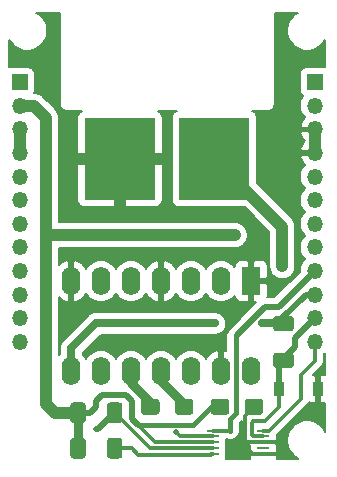
<source format=gtl>
%TF.GenerationSoftware,KiCad,Pcbnew,5.1.7-a382d34a8~88~ubuntu18.04.1*%
%TF.CreationDate,2022-12-01T09:52:47-05:00*%
%TF.ProjectId,Global_Val_Sen_Tem,476c6f62-616c-45f5-9661-6c5f53656e5f,rev?*%
%TF.SameCoordinates,Original*%
%TF.FileFunction,Copper,L1,Top*%
%TF.FilePolarity,Positive*%
%FSLAX46Y46*%
G04 Gerber Fmt 4.6, Leading zero omitted, Abs format (unit mm)*
G04 Created by KiCad (PCBNEW 5.1.7-a382d34a8~88~ubuntu18.04.1) date 2022-12-01 09:52:47*
%MOMM*%
%LPD*%
G01*
G04 APERTURE LIST*
%TA.AperFunction,ComponentPad*%
%ADD10O,1.600000X2.400000*%
%TD*%
%TA.AperFunction,ComponentPad*%
%ADD11R,1.600000X2.400000*%
%TD*%
%TA.AperFunction,ComponentPad*%
%ADD12R,6.000000X7.000000*%
%TD*%
%TA.AperFunction,SMDPad,CuDef*%
%ADD13R,0.900000X1.200000*%
%TD*%
%TA.AperFunction,SMDPad,CuDef*%
%ADD14R,1.100000X0.250000*%
%TD*%
%TA.AperFunction,ComponentPad*%
%ADD15O,1.350000X1.350000*%
%TD*%
%TA.AperFunction,ComponentPad*%
%ADD16R,1.350000X1.350000*%
%TD*%
%TA.AperFunction,ViaPad*%
%ADD17C,1.000000*%
%TD*%
%TA.AperFunction,ViaPad*%
%ADD18C,0.500000*%
%TD*%
%TA.AperFunction,ViaPad*%
%ADD19C,0.700000*%
%TD*%
%TA.AperFunction,Conductor*%
%ADD20C,0.800000*%
%TD*%
%TA.AperFunction,Conductor*%
%ADD21C,0.300000*%
%TD*%
%TA.AperFunction,Conductor*%
%ADD22C,0.500000*%
%TD*%
%TA.AperFunction,Conductor*%
%ADD23C,0.425000*%
%TD*%
%TA.AperFunction,Conductor*%
%ADD24C,1.000000*%
%TD*%
%TA.AperFunction,Conductor*%
%ADD25C,0.700000*%
%TD*%
%TA.AperFunction,Conductor*%
%ADD26C,0.400000*%
%TD*%
%TA.AperFunction,Conductor*%
%ADD27C,0.200000*%
%TD*%
%TA.AperFunction,Conductor*%
%ADD28C,0.100000*%
%TD*%
G04 APERTURE END LIST*
D10*
%TO.P,IC3,14*%
%TO.N,Net-(IC3-Pad14)*%
X161105000Y-70970000D03*
%TO.P,IC3,7*%
%TO.N,GND*%
X145865000Y-63350000D03*
%TO.P,IC3,13*%
X158565000Y-70970000D03*
%TO.P,IC3,6*%
%TO.N,Net-(IC3-Pad6)*%
X148405000Y-63350000D03*
%TO.P,IC3,12*%
%TO.N,+ALM*%
X156025000Y-70970000D03*
%TO.P,IC3,5*%
%TO.N,Net-(IC3-Pad5)*%
X150945000Y-63350000D03*
%TO.P,IC3,11*%
%TO.N,+5V*%
X153485000Y-70970000D03*
%TO.P,IC3,4*%
%TO.N,GND*%
X153485000Y-63350000D03*
%TO.P,IC3,10*%
%TO.N,Net-(Ccomp1-Pad2)*%
X150945000Y-70970000D03*
%TO.P,IC3,3*%
%TO.N,Net-(IC3-Pad3)*%
X156025000Y-63350000D03*
%TO.P,IC3,9*%
%TO.N,Tout*%
X148405000Y-70970000D03*
%TO.P,IC3,2*%
%TO.N,Net-(IC3-Pad2)*%
X158565000Y-63350000D03*
%TO.P,IC3,8*%
%TO.N,Tout*%
X145865000Y-70970000D03*
D11*
%TO.P,IC3,1*%
%TO.N,GND*%
X161105000Y-63350000D03*
%TD*%
D12*
%TO.P,Termocupla,1*%
%TO.N,GND*%
X150000000Y-53000000D03*
%TO.P,Termocupla,2*%
%TO.N,Net-(IC3-Pad14)*%
X158000000Y-53000000D03*
%TD*%
%TO.P,Rtl1,2*%
%TO.N,Tout*%
%TA.AperFunction,SMDPad,CuDef*%
G36*
G01*
X164475000Y-67600000D02*
X163225000Y-67600000D01*
G75*
G02*
X162975000Y-67350000I0J250000D01*
G01*
X162975000Y-66550000D01*
G75*
G02*
X163225000Y-66300000I250000J0D01*
G01*
X164475000Y-66300000D01*
G75*
G02*
X164725000Y-66550000I0J-250000D01*
G01*
X164725000Y-67350000D01*
G75*
G02*
X164475000Y-67600000I-250000J0D01*
G01*
G37*
%TD.AperFunction*%
%TO.P,Rtl1,1*%
%TO.N,Tsen*%
%TA.AperFunction,SMDPad,CuDef*%
G36*
G01*
X164475000Y-70700000D02*
X163225000Y-70700000D01*
G75*
G02*
X162975000Y-70450000I0J250000D01*
G01*
X162975000Y-69650000D01*
G75*
G02*
X163225000Y-69400000I250000J0D01*
G01*
X164475000Y-69400000D01*
G75*
G02*
X164725000Y-69650000I0J-250000D01*
G01*
X164725000Y-70450000D01*
G75*
G02*
X164475000Y-70700000I-250000J0D01*
G01*
G37*
%TD.AperFunction*%
%TD*%
D13*
%TO.P,Dlim1,2*%
%TO.N,GND*%
X166750000Y-72500000D03*
%TO.P,Dlim1,1*%
%TO.N,Tsen*%
X163450000Y-72500000D03*
%TD*%
%TO.P,Cadc1,2*%
%TO.N,GND*%
%TA.AperFunction,SMDPad,CuDef*%
G36*
G01*
X160550000Y-74425001D02*
X160550000Y-73574999D01*
G75*
G02*
X160799999Y-73325000I249999J0D01*
G01*
X161875001Y-73325000D01*
G75*
G02*
X162125000Y-73574999I0J-249999D01*
G01*
X162125000Y-74425001D01*
G75*
G02*
X161875001Y-74675000I-249999J0D01*
G01*
X160799999Y-74675000D01*
G75*
G02*
X160550000Y-74425001I0J249999D01*
G01*
G37*
%TD.AperFunction*%
%TO.P,Cadc1,1*%
%TO.N,+3V3*%
%TA.AperFunction,SMDPad,CuDef*%
G36*
G01*
X157675000Y-74425001D02*
X157675000Y-73574999D01*
G75*
G02*
X157924999Y-73325000I249999J0D01*
G01*
X159000001Y-73325000D01*
G75*
G02*
X159250000Y-73574999I0J-249999D01*
G01*
X159250000Y-74425001D01*
G75*
G02*
X159000001Y-74675000I-249999J0D01*
G01*
X157924999Y-74675000D01*
G75*
G02*
X157675000Y-74425001I0J249999D01*
G01*
G37*
%TD.AperFunction*%
%TD*%
%TO.P,Rsda1,2*%
%TO.N,+3V3*%
%TA.AperFunction,SMDPad,CuDef*%
G36*
G01*
X147100000Y-73875000D02*
X147100000Y-75125000D01*
G75*
G02*
X146850000Y-75375000I-250000J0D01*
G01*
X146050000Y-75375000D01*
G75*
G02*
X145800000Y-75125000I0J250000D01*
G01*
X145800000Y-73875000D01*
G75*
G02*
X146050000Y-73625000I250000J0D01*
G01*
X146850000Y-73625000D01*
G75*
G02*
X147100000Y-73875000I0J-250000D01*
G01*
G37*
%TD.AperFunction*%
%TO.P,Rsda1,1*%
%TO.N,SDA0*%
%TA.AperFunction,SMDPad,CuDef*%
G36*
G01*
X150200000Y-73875000D02*
X150200000Y-75125000D01*
G75*
G02*
X149950000Y-75375000I-250000J0D01*
G01*
X149150000Y-75375000D01*
G75*
G02*
X148900000Y-75125000I0J250000D01*
G01*
X148900000Y-73875000D01*
G75*
G02*
X149150000Y-73625000I250000J0D01*
G01*
X149950000Y-73625000D01*
G75*
G02*
X150200000Y-73875000I0J-250000D01*
G01*
G37*
%TD.AperFunction*%
%TD*%
%TO.P,Rscl1,2*%
%TO.N,+3V3*%
%TA.AperFunction,SMDPad,CuDef*%
G36*
G01*
X147100000Y-76875000D02*
X147100000Y-78125000D01*
G75*
G02*
X146850000Y-78375000I-250000J0D01*
G01*
X146050000Y-78375000D01*
G75*
G02*
X145800000Y-78125000I0J250000D01*
G01*
X145800000Y-76875000D01*
G75*
G02*
X146050000Y-76625000I250000J0D01*
G01*
X146850000Y-76625000D01*
G75*
G02*
X147100000Y-76875000I0J-250000D01*
G01*
G37*
%TD.AperFunction*%
%TO.P,Rscl1,1*%
%TO.N,SCL0*%
%TA.AperFunction,SMDPad,CuDef*%
G36*
G01*
X150200000Y-76875000D02*
X150200000Y-78125000D01*
G75*
G02*
X149950000Y-78375000I-250000J0D01*
G01*
X149150000Y-78375000D01*
G75*
G02*
X148900000Y-78125000I0J250000D01*
G01*
X148900000Y-76875000D01*
G75*
G02*
X149150000Y-76625000I250000J0D01*
G01*
X149950000Y-76625000D01*
G75*
G02*
X150200000Y-76875000I0J-250000D01*
G01*
G37*
%TD.AperFunction*%
%TD*%
D14*
%TO.P,ADC1,10*%
%TO.N,SCL0*%
X157850000Y-78000000D03*
%TO.P,ADC1,9*%
%TO.N,SDA0*%
X157850000Y-77500000D03*
%TO.P,ADC1,8*%
%TO.N,+3V3*%
X157850000Y-77000000D03*
%TO.P,ADC1,7*%
%TO.N,AIN3*%
X157850000Y-76500000D03*
%TO.P,ADC1,6*%
%TO.N,AIN2*%
X157850000Y-76000000D03*
%TO.P,ADC1,5*%
%TO.N,AIN1*%
X162150000Y-76000000D03*
%TO.P,ADC1,4*%
%TO.N,Tsen*%
X162150000Y-76500000D03*
%TO.P,ADC1,3*%
%TO.N,GND*%
X162150000Y-77000000D03*
%TO.P,ADC1,2*%
%TO.N,Net-(ADC1-Pad2)*%
X162150000Y-77500000D03*
%TO.P,ADC1,1*%
%TO.N,GND*%
X162150000Y-78000000D03*
%TD*%
%TO.P,Ccomp1,2*%
%TO.N,Net-(Ccomp1-Pad2)*%
%TA.AperFunction,SMDPad,CuDef*%
G36*
G01*
X153350000Y-73574999D02*
X153350000Y-74425001D01*
G75*
G02*
X153100001Y-74675000I-249999J0D01*
G01*
X152024999Y-74675000D01*
G75*
G02*
X151775000Y-74425001I0J249999D01*
G01*
X151775000Y-73574999D01*
G75*
G02*
X152024999Y-73325000I249999J0D01*
G01*
X153100001Y-73325000D01*
G75*
G02*
X153350000Y-73574999I0J-249999D01*
G01*
G37*
%TD.AperFunction*%
%TO.P,Ccomp1,1*%
%TO.N,+5V*%
%TA.AperFunction,SMDPad,CuDef*%
G36*
G01*
X156225000Y-73574999D02*
X156225000Y-74425001D01*
G75*
G02*
X155975001Y-74675000I-249999J0D01*
G01*
X154899999Y-74675000D01*
G75*
G02*
X154650000Y-74425001I0J249999D01*
G01*
X154650000Y-73574999D01*
G75*
G02*
X154899999Y-73325000I249999J0D01*
G01*
X155975001Y-73325000D01*
G75*
G02*
X156225000Y-73574999I0J-249999D01*
G01*
G37*
%TD.AperFunction*%
%TD*%
D15*
%TO.P,JI_temp,12*%
%TO.N,AIN1*%
X166500000Y-68500000D03*
%TO.P,JI_temp,11*%
%TO.N,Tsen*%
X166500000Y-66500000D03*
%TO.P,JI_temp,10*%
%TO.N,Tout*%
X166500000Y-64500000D03*
%TO.P,JI_temp,9*%
%TO.N,AIN2*%
X166500000Y-62500000D03*
%TO.P,JI_temp,8*%
%TO.N,+ALM*%
X166500000Y-60500000D03*
%TO.P,JI_temp,7*%
%TO.N,AIN3*%
X166500000Y-58500000D03*
%TO.P,JI_temp,6*%
%TO.N,Net-(JI_temp1-Pad6)*%
X166500000Y-56500000D03*
%TO.P,JI_temp,5*%
%TO.N,Net-(JI_temp1-Pad5)*%
X166500000Y-54500000D03*
%TO.P,JI_temp,4*%
%TO.N,GND*%
X166500000Y-52500000D03*
%TO.P,JI_temp,3*%
X166500000Y-50500000D03*
%TO.P,JI_temp,2*%
%TO.N,+3V3*%
X166500000Y-48500000D03*
D16*
%TO.P,JI_temp,1*%
%TO.N,+5V*%
X166500000Y-46500000D03*
%TD*%
D15*
%TO.P,JD_temp,12*%
%TO.N,Net-(JD_temp1-Pad12)*%
X141500000Y-68500000D03*
%TO.P,JD_temp,11*%
%TO.N,Net-(JD_temp1-Pad11)*%
X141500000Y-66500000D03*
%TO.P,JD_temp,10*%
%TO.N,Net-(JD_temp1-Pad10)*%
X141500000Y-64500000D03*
%TO.P,JD_temp,9*%
%TO.N,SDA0*%
X141500000Y-62500000D03*
%TO.P,JD_temp,8*%
%TO.N,Net-(JD_temp1-Pad8)*%
X141500000Y-60500000D03*
%TO.P,JD_temp,7*%
%TO.N,Net-(JD_temp1-Pad7)*%
X141500000Y-58500000D03*
%TO.P,JD_temp,6*%
%TO.N,SCL0*%
X141500000Y-56500000D03*
%TO.P,JD_temp,5*%
%TO.N,Net-(JD_temp1-Pad5)*%
X141500000Y-54500000D03*
%TO.P,JD_temp,4*%
%TO.N,GND*%
X141500000Y-52500000D03*
%TO.P,JD_temp,3*%
X141500000Y-50500000D03*
%TO.P,JD_temp,2*%
%TO.N,+3V3*%
X141500000Y-48500000D03*
D16*
%TO.P,JD_temp,1*%
%TO.N,+5V*%
X141500000Y-46500000D03*
%TD*%
D17*
%TO.N,+3V3*%
X159725000Y-59450000D03*
%TO.N,GND*%
X166850000Y-74275000D03*
X150950000Y-60975000D03*
D18*
%TO.N,SDA0*%
X148000000Y-75900000D03*
%TO.N,SCL0*%
X149700000Y-77400000D03*
D19*
%TO.N,Tout*%
X158060000Y-66930000D03*
X162060000Y-66930000D03*
D18*
%TO.N,AIN3*%
X154770000Y-76162500D03*
D17*
%TO.N,Net-(IC3-Pad14)*%
X163750000Y-62100000D03*
%TD*%
D20*
%TO.N,+3V3*%
X146450000Y-74500000D02*
X146450000Y-77500000D01*
D21*
X157850000Y-77000000D02*
X153000000Y-77000000D01*
D22*
X151000000Y-75000000D02*
X151000000Y-73500000D01*
X151000000Y-73500000D02*
X150500000Y-73000000D01*
X150500000Y-73000000D02*
X148500000Y-73000000D01*
X147500000Y-74500000D02*
X146450000Y-74500000D01*
X148000000Y-74000000D02*
X147500000Y-74500000D01*
X148000000Y-73500000D02*
X148000000Y-74000000D01*
X148500000Y-73000000D02*
X148000000Y-73500000D01*
D21*
X153000000Y-77000000D02*
X151500000Y-75500000D01*
D22*
X151500000Y-75500000D02*
X151000000Y-75000000D01*
D23*
X156175000Y-75500000D02*
X151500000Y-75500000D01*
X157675000Y-74000000D02*
X156175000Y-75500000D01*
X158462500Y-74000000D02*
X157675000Y-74000000D01*
D24*
X141500000Y-48500000D02*
X142700000Y-48500000D01*
X142700000Y-48500000D02*
X143750000Y-49550000D01*
X143750000Y-49550000D02*
X143750000Y-59450000D01*
X144500000Y-74500000D02*
X146450000Y-74500000D01*
X143750000Y-59450000D02*
X143750000Y-73750000D01*
X143750000Y-73750000D02*
X144500000Y-74500000D01*
X159725000Y-59450000D02*
X143750000Y-59450000D01*
D21*
%TO.N,GND*%
X162150000Y-77000000D02*
X163425000Y-77000000D01*
X162150000Y-78000000D02*
X163425000Y-78000000D01*
X161300000Y-78000000D02*
X160575000Y-77275000D01*
X162150000Y-78000000D02*
X161300000Y-78000000D01*
X160575000Y-74762500D02*
X161337500Y-74000000D01*
X160650000Y-77000000D02*
X160575000Y-77075000D01*
X162150000Y-77000000D02*
X160650000Y-77000000D01*
X160575000Y-77275000D02*
X160575000Y-77075000D01*
X160575000Y-77075000D02*
X160575000Y-74762500D01*
D24*
X150000000Y-57550000D02*
X150000000Y-53000000D01*
X150000000Y-53000000D02*
X146000000Y-53000000D01*
X150000000Y-53000000D02*
X153750000Y-53000000D01*
X141500000Y-52500000D02*
X141500000Y-50500000D01*
X166500000Y-50500000D02*
X166500000Y-52500000D01*
D20*
%TO.N,+5V*%
X155437500Y-74000000D02*
X155437500Y-73737500D01*
X153500000Y-71800000D02*
X153500000Y-71060000D01*
X155437500Y-73737500D02*
X153500000Y-71800000D01*
D21*
%TO.N,SDA0*%
X152550000Y-77500000D02*
X149550000Y-74500000D01*
X157850000Y-77500000D02*
X152550000Y-77500000D01*
D22*
X149550000Y-74500000D02*
X149500000Y-74500000D01*
X149500000Y-74500000D02*
X148100000Y-75900000D01*
X148100000Y-75900000D02*
X148000000Y-75900000D01*
D21*
%TO.N,SCL0*%
X149550000Y-77500000D02*
X151000000Y-77500000D01*
X157687500Y-78037500D02*
X151537500Y-78037500D01*
X151000000Y-77500000D02*
X151537500Y-78037500D01*
X157725000Y-78000000D02*
X157687500Y-78037500D01*
X157850000Y-78000000D02*
X157725000Y-78000000D01*
D22*
%TO.N,Tsen*%
X163450000Y-70350000D02*
X163750000Y-70050000D01*
X163450000Y-72500000D02*
X163450000Y-70350000D01*
D21*
X163450000Y-74050000D02*
X162300000Y-75200000D01*
X163450000Y-72500000D02*
X163450000Y-74050000D01*
D22*
X164850000Y-68950000D02*
X163750000Y-70050000D01*
X164850000Y-68150000D02*
X166500000Y-66500000D01*
X164850000Y-68950000D02*
X164850000Y-68150000D01*
D21*
X162150000Y-76500000D02*
X161275000Y-76500000D01*
X161275000Y-76500000D02*
X161175000Y-76400000D01*
X161175000Y-75325000D02*
X161300000Y-75200000D01*
X161175000Y-76400000D02*
X161175000Y-75325000D01*
X162300000Y-75200000D02*
X161300000Y-75200000D01*
D20*
%TO.N,Net-(Ccomp1-Pad2)*%
X152562500Y-74000000D02*
X152562500Y-73562500D01*
X150960000Y-71960000D02*
X150960000Y-71060000D01*
X152562500Y-73562500D02*
X150960000Y-71960000D01*
D24*
%TO.N,Tout*%
X148420000Y-71060000D02*
X148420000Y-71015690D01*
D22*
X163750000Y-66950000D02*
X163750000Y-66470000D01*
X165720000Y-64500000D02*
X166500000Y-64500000D01*
X163750000Y-66470000D02*
X165720000Y-64500000D01*
D25*
X145880000Y-71060000D02*
X145880000Y-69020000D01*
X145880000Y-69020000D02*
X147970000Y-66930000D01*
X147970000Y-66930000D02*
X158060000Y-66930000D01*
X163730000Y-66930000D02*
X163750000Y-66950000D01*
X162060000Y-66930000D02*
X163730000Y-66930000D01*
D21*
%TO.N,AIN1*%
X162150000Y-76000000D02*
X162600000Y-76000000D01*
X162600000Y-76000000D02*
X165300000Y-73300000D01*
X165300000Y-73300000D02*
X165300000Y-71300000D01*
X166500000Y-70100000D02*
X166500000Y-68500000D01*
X165300000Y-71300000D02*
X166500000Y-70100000D01*
%TO.N,AIN3*%
X157850000Y-76500000D02*
X155107500Y-76500000D01*
X155107500Y-76500000D02*
X154770000Y-76162500D01*
%TO.N,AIN2*%
X157850000Y-76000000D02*
X159350000Y-76000000D01*
D22*
X163425000Y-65575000D02*
X166500000Y-62500000D01*
X162283616Y-65575000D02*
X163425000Y-65575000D01*
X159910000Y-67948616D02*
X162283616Y-65575000D01*
D26*
X159800000Y-68058616D02*
X159910000Y-67948616D01*
X159800000Y-74544256D02*
X159800000Y-68058616D01*
X159350000Y-76000000D02*
X159350000Y-74994256D01*
X159350000Y-74994256D02*
X159800000Y-74544256D01*
D24*
%TO.N,Net-(IC3-Pad14)*%
X163750000Y-58750000D02*
X158000000Y-53000000D01*
X163750000Y-62100000D02*
X163750000Y-58750000D01*
%TD*%
D27*
%TO.N,GND*%
X160316203Y-75239437D02*
X160426504Y-75272897D01*
X160421373Y-75325000D01*
X160425001Y-75361837D01*
X160425000Y-76363172D01*
X160421373Y-76400000D01*
X160425000Y-76436827D01*
X160425000Y-76436834D01*
X160435853Y-76547025D01*
X160478739Y-76688400D01*
X160548381Y-76818692D01*
X160642105Y-76932895D01*
X160670718Y-76956377D01*
X160718624Y-77004284D01*
X160742105Y-77032895D01*
X160856307Y-77126619D01*
X160986599Y-77196261D01*
X160995257Y-77198887D01*
X161004702Y-77262368D01*
X161007401Y-77270381D01*
X160997097Y-77375000D01*
X160997097Y-77625000D01*
X161007401Y-77729619D01*
X161004702Y-77737632D01*
X160992000Y-77823000D01*
X161063968Y-77894968D01*
X161098704Y-77959955D01*
X161152085Y-78025000D01*
X161144000Y-78025000D01*
X160992000Y-78177000D01*
X161004702Y-78262368D01*
X161042648Y-78375000D01*
X158946705Y-78375000D01*
X158957010Y-78355721D01*
X158991318Y-78242621D01*
X159002903Y-78125000D01*
X159002903Y-77875000D01*
X158991318Y-77757379D01*
X158989080Y-77750000D01*
X158991318Y-77742621D01*
X159002903Y-77625000D01*
X159002903Y-77375000D01*
X158991318Y-77257379D01*
X158989080Y-77250000D01*
X158991318Y-77242621D01*
X159002903Y-77125000D01*
X159002903Y-76875000D01*
X158991318Y-76757379D01*
X158989080Y-76750000D01*
X159066506Y-76750000D01*
X159193173Y-76788424D01*
X159350000Y-76803870D01*
X159506826Y-76788424D01*
X159657627Y-76742679D01*
X159796605Y-76668393D01*
X159918422Y-76568422D01*
X160018393Y-76446606D01*
X160092679Y-76307628D01*
X160138424Y-76156827D01*
X160150000Y-76039293D01*
X160150000Y-75325626D01*
X160264060Y-75211566D01*
X160316203Y-75239437D01*
%TA.AperFunction,Conductor*%
D28*
G36*
X160316203Y-75239437D02*
G01*
X160426504Y-75272897D01*
X160421373Y-75325000D01*
X160425001Y-75361837D01*
X160425000Y-76363172D01*
X160421373Y-76400000D01*
X160425000Y-76436827D01*
X160425000Y-76436834D01*
X160435853Y-76547025D01*
X160478739Y-76688400D01*
X160548381Y-76818692D01*
X160642105Y-76932895D01*
X160670718Y-76956377D01*
X160718624Y-77004284D01*
X160742105Y-77032895D01*
X160856307Y-77126619D01*
X160986599Y-77196261D01*
X160995257Y-77198887D01*
X161004702Y-77262368D01*
X161007401Y-77270381D01*
X160997097Y-77375000D01*
X160997097Y-77625000D01*
X161007401Y-77729619D01*
X161004702Y-77737632D01*
X160992000Y-77823000D01*
X161063968Y-77894968D01*
X161098704Y-77959955D01*
X161152085Y-78025000D01*
X161144000Y-78025000D01*
X160992000Y-78177000D01*
X161004702Y-78262368D01*
X161042648Y-78375000D01*
X158946705Y-78375000D01*
X158957010Y-78355721D01*
X158991318Y-78242621D01*
X159002903Y-78125000D01*
X159002903Y-77875000D01*
X158991318Y-77757379D01*
X158989080Y-77750000D01*
X158991318Y-77742621D01*
X159002903Y-77625000D01*
X159002903Y-77375000D01*
X158991318Y-77257379D01*
X158989080Y-77250000D01*
X158991318Y-77242621D01*
X159002903Y-77125000D01*
X159002903Y-76875000D01*
X158991318Y-76757379D01*
X158989080Y-76750000D01*
X159066506Y-76750000D01*
X159193173Y-76788424D01*
X159350000Y-76803870D01*
X159506826Y-76788424D01*
X159657627Y-76742679D01*
X159796605Y-76668393D01*
X159918422Y-76568422D01*
X160018393Y-76446606D01*
X160092679Y-76307628D01*
X160138424Y-76156827D01*
X160150000Y-76039293D01*
X160150000Y-75325626D01*
X160264060Y-75211566D01*
X160316203Y-75239437D01*
G37*
%TD.AperFunction*%
D27*
X167375001Y-71317727D02*
X167319189Y-71300797D01*
X167200000Y-71289058D01*
X167056000Y-71292000D01*
X166904000Y-71444000D01*
X166904000Y-72346000D01*
X166924000Y-72346000D01*
X166924000Y-72654000D01*
X166904000Y-72654000D01*
X166904000Y-73556000D01*
X167056000Y-73708000D01*
X167200000Y-73710942D01*
X167319189Y-73699203D01*
X167375001Y-73682273D01*
X167375001Y-76089363D01*
X167356521Y-76044748D01*
X167170477Y-75766313D01*
X166933687Y-75529523D01*
X166655252Y-75343479D01*
X166345872Y-75215330D01*
X166017435Y-75150000D01*
X165682565Y-75150000D01*
X165354128Y-75215330D01*
X165044748Y-75343479D01*
X164766313Y-75529523D01*
X164529523Y-75766313D01*
X164343479Y-76044748D01*
X164215330Y-76354128D01*
X164150000Y-76682565D01*
X164150000Y-77017435D01*
X164215330Y-77345872D01*
X164343479Y-77655252D01*
X164529523Y-77933687D01*
X164766313Y-78170477D01*
X165044748Y-78356521D01*
X165089360Y-78375000D01*
X163257352Y-78375000D01*
X163295298Y-78262368D01*
X163308000Y-78177000D01*
X163156000Y-78025000D01*
X163147915Y-78025000D01*
X163201296Y-77959955D01*
X163236032Y-77894968D01*
X163308000Y-77823000D01*
X163295298Y-77737632D01*
X163292599Y-77729619D01*
X163302903Y-77625000D01*
X163302903Y-77375000D01*
X163292599Y-77270381D01*
X163295298Y-77262368D01*
X163308000Y-77177000D01*
X163236032Y-77105032D01*
X163201296Y-77040045D01*
X163168432Y-77000000D01*
X163201296Y-76959955D01*
X163236032Y-76894968D01*
X163308000Y-76823000D01*
X163295298Y-76737632D01*
X163292599Y-76729619D01*
X163302903Y-76625000D01*
X163302903Y-76375000D01*
X163301357Y-76359302D01*
X165804287Y-73856373D01*
X165832895Y-73832895D01*
X165856580Y-73804036D01*
X165926619Y-73718693D01*
X165980192Y-73618464D01*
X166066203Y-73664437D01*
X166180811Y-73699203D01*
X166300000Y-73710942D01*
X166444000Y-73708000D01*
X166596000Y-73556000D01*
X166596000Y-72654000D01*
X166576000Y-72654000D01*
X166576000Y-72346000D01*
X166596000Y-72346000D01*
X166596000Y-71444000D01*
X166444000Y-71292000D01*
X166370168Y-71290492D01*
X167004292Y-70656369D01*
X167032895Y-70632895D01*
X167056369Y-70604292D01*
X167056376Y-70604285D01*
X167103903Y-70546372D01*
X167126619Y-70518693D01*
X167196261Y-70388401D01*
X167239147Y-70247026D01*
X167250000Y-70136835D01*
X167250000Y-70136829D01*
X167253627Y-70100001D01*
X167250000Y-70063173D01*
X167250000Y-69532295D01*
X167312765Y-69490357D01*
X167375001Y-69428121D01*
X167375001Y-71317727D01*
%TA.AperFunction,Conductor*%
D28*
G36*
X167375001Y-71317727D02*
G01*
X167319189Y-71300797D01*
X167200000Y-71289058D01*
X167056000Y-71292000D01*
X166904000Y-71444000D01*
X166904000Y-72346000D01*
X166924000Y-72346000D01*
X166924000Y-72654000D01*
X166904000Y-72654000D01*
X166904000Y-73556000D01*
X167056000Y-73708000D01*
X167200000Y-73710942D01*
X167319189Y-73699203D01*
X167375001Y-73682273D01*
X167375001Y-76089363D01*
X167356521Y-76044748D01*
X167170477Y-75766313D01*
X166933687Y-75529523D01*
X166655252Y-75343479D01*
X166345872Y-75215330D01*
X166017435Y-75150000D01*
X165682565Y-75150000D01*
X165354128Y-75215330D01*
X165044748Y-75343479D01*
X164766313Y-75529523D01*
X164529523Y-75766313D01*
X164343479Y-76044748D01*
X164215330Y-76354128D01*
X164150000Y-76682565D01*
X164150000Y-77017435D01*
X164215330Y-77345872D01*
X164343479Y-77655252D01*
X164529523Y-77933687D01*
X164766313Y-78170477D01*
X165044748Y-78356521D01*
X165089360Y-78375000D01*
X163257352Y-78375000D01*
X163295298Y-78262368D01*
X163308000Y-78177000D01*
X163156000Y-78025000D01*
X163147915Y-78025000D01*
X163201296Y-77959955D01*
X163236032Y-77894968D01*
X163308000Y-77823000D01*
X163295298Y-77737632D01*
X163292599Y-77729619D01*
X163302903Y-77625000D01*
X163302903Y-77375000D01*
X163292599Y-77270381D01*
X163295298Y-77262368D01*
X163308000Y-77177000D01*
X163236032Y-77105032D01*
X163201296Y-77040045D01*
X163168432Y-77000000D01*
X163201296Y-76959955D01*
X163236032Y-76894968D01*
X163308000Y-76823000D01*
X163295298Y-76737632D01*
X163292599Y-76729619D01*
X163302903Y-76625000D01*
X163302903Y-76375000D01*
X163301357Y-76359302D01*
X165804287Y-73856373D01*
X165832895Y-73832895D01*
X165856580Y-73804036D01*
X165926619Y-73718693D01*
X165980192Y-73618464D01*
X166066203Y-73664437D01*
X166180811Y-73699203D01*
X166300000Y-73710942D01*
X166444000Y-73708000D01*
X166596000Y-73556000D01*
X166596000Y-72654000D01*
X166576000Y-72654000D01*
X166576000Y-72346000D01*
X166596000Y-72346000D01*
X166596000Y-71444000D01*
X166444000Y-71292000D01*
X166370168Y-71290492D01*
X167004292Y-70656369D01*
X167032895Y-70632895D01*
X167056369Y-70604292D01*
X167056376Y-70604285D01*
X167103903Y-70546372D01*
X167126619Y-70518693D01*
X167196261Y-70388401D01*
X167239147Y-70247026D01*
X167250000Y-70136835D01*
X167250000Y-70136829D01*
X167253627Y-70100001D01*
X167250000Y-70063173D01*
X167250000Y-69532295D01*
X167312765Y-69490357D01*
X167375001Y-69428121D01*
X167375001Y-71317727D01*
G37*
%TD.AperFunction*%
D27*
X161491500Y-73846000D02*
X161511500Y-73846000D01*
X161511500Y-74154000D01*
X161491500Y-74154000D01*
X161491500Y-74174000D01*
X161183500Y-74174000D01*
X161183500Y-74154000D01*
X161163500Y-74154000D01*
X161163500Y-73846000D01*
X161183500Y-73846000D01*
X161183500Y-73826000D01*
X161491500Y-73826000D01*
X161491500Y-73846000D01*
%TA.AperFunction,Conductor*%
D28*
G36*
X161491500Y-73846000D02*
G01*
X161511500Y-73846000D01*
X161511500Y-74154000D01*
X161491500Y-74154000D01*
X161491500Y-74174000D01*
X161183500Y-74174000D01*
X161183500Y-74154000D01*
X161163500Y-74154000D01*
X161163500Y-73846000D01*
X161183500Y-73846000D01*
X161183500Y-73826000D01*
X161491500Y-73826000D01*
X161491500Y-73846000D01*
G37*
%TD.AperFunction*%
D27*
X144885000Y-48279296D02*
X144881976Y-48310000D01*
X144894043Y-48432521D01*
X144929781Y-48550334D01*
X144987817Y-48658911D01*
X145034371Y-48715637D01*
X145065920Y-48754080D01*
X145161089Y-48832183D01*
X145269666Y-48890219D01*
X145387479Y-48925957D01*
X145510000Y-48938024D01*
X145540704Y-48935000D01*
X146768059Y-48935000D01*
X146766203Y-48935563D01*
X146660579Y-48992020D01*
X146567999Y-49067999D01*
X146492020Y-49160579D01*
X146435563Y-49266203D01*
X146400797Y-49380811D01*
X146389058Y-49500000D01*
X146392000Y-52694000D01*
X146544000Y-52846000D01*
X149846000Y-52846000D01*
X149846000Y-52826000D01*
X150154000Y-52826000D01*
X150154000Y-52846000D01*
X153456000Y-52846000D01*
X153608000Y-52694000D01*
X153610942Y-49500000D01*
X153599203Y-49380811D01*
X153564437Y-49266203D01*
X153507980Y-49160579D01*
X153432001Y-49067999D01*
X153339421Y-48992020D01*
X153233797Y-48935563D01*
X153231941Y-48935000D01*
X154795619Y-48935000D01*
X154769279Y-48942990D01*
X154665045Y-48998704D01*
X154573683Y-49073683D01*
X154498704Y-49165045D01*
X154442990Y-49269279D01*
X154408682Y-49382379D01*
X154397097Y-49500000D01*
X154397097Y-56500000D01*
X154408682Y-56617621D01*
X154442990Y-56730721D01*
X154498704Y-56834955D01*
X154573683Y-56926317D01*
X154665045Y-57001296D01*
X154769279Y-57057010D01*
X154882379Y-57091318D01*
X155000000Y-57102903D01*
X160547268Y-57102903D01*
X162650001Y-59205636D01*
X162650000Y-61991659D01*
X162650000Y-62208341D01*
X162660594Y-62261599D01*
X162665916Y-62315637D01*
X162681679Y-62367601D01*
X162692273Y-62420858D01*
X162713054Y-62471029D01*
X162728816Y-62522987D01*
X162754411Y-62570872D01*
X162775193Y-62621045D01*
X162805361Y-62666194D01*
X162830958Y-62714084D01*
X162865410Y-62756064D01*
X162895575Y-62801209D01*
X162933967Y-62839601D01*
X162968419Y-62881581D01*
X163010399Y-62916033D01*
X163048791Y-62954425D01*
X163093936Y-62984590D01*
X163135916Y-63019042D01*
X163183807Y-63044640D01*
X163228955Y-63074807D01*
X163279125Y-63095588D01*
X163327012Y-63121184D01*
X163378974Y-63136947D01*
X163429142Y-63157727D01*
X163482396Y-63168320D01*
X163534362Y-63184084D01*
X163588402Y-63189406D01*
X163641659Y-63200000D01*
X163695964Y-63200000D01*
X163750000Y-63205322D01*
X163804036Y-63200000D01*
X163858341Y-63200000D01*
X163911599Y-63189406D01*
X163965637Y-63184084D01*
X164017601Y-63168321D01*
X164070858Y-63157727D01*
X164121029Y-63136946D01*
X164172987Y-63121184D01*
X164220872Y-63095589D01*
X164271045Y-63074807D01*
X164316194Y-63044639D01*
X164364084Y-63019042D01*
X164406064Y-62984590D01*
X164451209Y-62954425D01*
X164489601Y-62916033D01*
X164531581Y-62881581D01*
X164566033Y-62839601D01*
X164604425Y-62801209D01*
X164634590Y-62756064D01*
X164669042Y-62714084D01*
X164694640Y-62666193D01*
X164724807Y-62621045D01*
X164745588Y-62570875D01*
X164771184Y-62522988D01*
X164786947Y-62471026D01*
X164807727Y-62420858D01*
X164818320Y-62367604D01*
X164834084Y-62315638D01*
X164839406Y-62261598D01*
X164850000Y-62208341D01*
X164850000Y-58804034D01*
X164855322Y-58750000D01*
X164847287Y-58668419D01*
X164834084Y-58534362D01*
X164771184Y-58327012D01*
X164723637Y-58238057D01*
X164669042Y-58135915D01*
X164566026Y-58010391D01*
X164531581Y-57968419D01*
X164489606Y-57933971D01*
X161602903Y-55047269D01*
X161602903Y-50851358D01*
X165266049Y-50851358D01*
X165278796Y-50893406D01*
X165379011Y-51124092D01*
X165522305Y-51330794D01*
X165697408Y-51500000D01*
X165522305Y-51669206D01*
X165379011Y-51875908D01*
X165278796Y-52106594D01*
X165266049Y-52148642D01*
X165379534Y-52346000D01*
X166346000Y-52346000D01*
X166346000Y-50654000D01*
X165379534Y-50654000D01*
X165266049Y-50851358D01*
X161602903Y-50851358D01*
X161602903Y-49500000D01*
X161591318Y-49382379D01*
X161557010Y-49269279D01*
X161501296Y-49165045D01*
X161426317Y-49073683D01*
X161334955Y-48998704D01*
X161230721Y-48942990D01*
X161204381Y-48935000D01*
X162459296Y-48935000D01*
X162490000Y-48938024D01*
X162520704Y-48935000D01*
X162612521Y-48925957D01*
X162730334Y-48890219D01*
X162838911Y-48832183D01*
X162934080Y-48754080D01*
X163012183Y-48658911D01*
X163070219Y-48550334D01*
X163105957Y-48432521D01*
X163118024Y-48310000D01*
X163115000Y-48279296D01*
X163115000Y-40625000D01*
X165089360Y-40625000D01*
X165044748Y-40643479D01*
X164766313Y-40829523D01*
X164529523Y-41066313D01*
X164343479Y-41344748D01*
X164215330Y-41654128D01*
X164150000Y-41982565D01*
X164150000Y-42317435D01*
X164215330Y-42645872D01*
X164343479Y-42955252D01*
X164529523Y-43233687D01*
X164766313Y-43470477D01*
X165044748Y-43656521D01*
X165354128Y-43784670D01*
X165682565Y-43850000D01*
X166017435Y-43850000D01*
X166345872Y-43784670D01*
X166655252Y-43656521D01*
X166933687Y-43470477D01*
X167170477Y-43233687D01*
X167356521Y-42955252D01*
X167375000Y-42910640D01*
X167375000Y-45258671D01*
X167292621Y-45233682D01*
X167175000Y-45222097D01*
X165825000Y-45222097D01*
X165707379Y-45233682D01*
X165594279Y-45267990D01*
X165490045Y-45323704D01*
X165398683Y-45398683D01*
X165323704Y-45490045D01*
X165267990Y-45594279D01*
X165233682Y-45707379D01*
X165222097Y-45825000D01*
X165222097Y-47175000D01*
X165233682Y-47292621D01*
X165267990Y-47405721D01*
X165323704Y-47509955D01*
X165398683Y-47601317D01*
X165490045Y-47676296D01*
X165509945Y-47686933D01*
X165509643Y-47687235D01*
X165370110Y-47896061D01*
X165273998Y-48128096D01*
X165225000Y-48374423D01*
X165225000Y-48625577D01*
X165273998Y-48871904D01*
X165370110Y-49103939D01*
X165509643Y-49312765D01*
X165687235Y-49490357D01*
X165699149Y-49498318D01*
X165522305Y-49669206D01*
X165379011Y-49875908D01*
X165278796Y-50106594D01*
X165266049Y-50148642D01*
X165379534Y-50346000D01*
X166346000Y-50346000D01*
X166346000Y-50326000D01*
X166654000Y-50326000D01*
X166654000Y-50346000D01*
X166674000Y-50346000D01*
X166674000Y-50654000D01*
X166654000Y-50654000D01*
X166654000Y-52346000D01*
X166674000Y-52346000D01*
X166674000Y-52654000D01*
X166654000Y-52654000D01*
X166654000Y-52674000D01*
X166346000Y-52674000D01*
X166346000Y-52654000D01*
X165379534Y-52654000D01*
X165266049Y-52851358D01*
X165278796Y-52893406D01*
X165379011Y-53124092D01*
X165522305Y-53330794D01*
X165699149Y-53501682D01*
X165687235Y-53509643D01*
X165509643Y-53687235D01*
X165370110Y-53896061D01*
X165273998Y-54128096D01*
X165225000Y-54374423D01*
X165225000Y-54625577D01*
X165273998Y-54871904D01*
X165370110Y-55103939D01*
X165509643Y-55312765D01*
X165687235Y-55490357D01*
X165701667Y-55500000D01*
X165687235Y-55509643D01*
X165509643Y-55687235D01*
X165370110Y-55896061D01*
X165273998Y-56128096D01*
X165225000Y-56374423D01*
X165225000Y-56625577D01*
X165273998Y-56871904D01*
X165370110Y-57103939D01*
X165509643Y-57312765D01*
X165687235Y-57490357D01*
X165701667Y-57500000D01*
X165687235Y-57509643D01*
X165509643Y-57687235D01*
X165370110Y-57896061D01*
X165273998Y-58128096D01*
X165225000Y-58374423D01*
X165225000Y-58625577D01*
X165273998Y-58871904D01*
X165370110Y-59103939D01*
X165509643Y-59312765D01*
X165687235Y-59490357D01*
X165701667Y-59500000D01*
X165687235Y-59509643D01*
X165509643Y-59687235D01*
X165370110Y-59896061D01*
X165273998Y-60128096D01*
X165225000Y-60374423D01*
X165225000Y-60625577D01*
X165273998Y-60871904D01*
X165370110Y-61103939D01*
X165509643Y-61312765D01*
X165687235Y-61490357D01*
X165701667Y-61500000D01*
X165687235Y-61509643D01*
X165509643Y-61687235D01*
X165370110Y-61896061D01*
X165273998Y-62128096D01*
X165225000Y-62374423D01*
X165225000Y-62572919D01*
X163072920Y-64725000D01*
X162487273Y-64725000D01*
X162504203Y-64669189D01*
X162515942Y-64550000D01*
X162513000Y-63656000D01*
X162361000Y-63504000D01*
X161259000Y-63504000D01*
X161259000Y-65006000D01*
X161411000Y-65158000D01*
X161498017Y-65158518D01*
X159279439Y-67377097D01*
X159199833Y-67474098D01*
X159120903Y-67621762D01*
X159113697Y-67645517D01*
X159057321Y-67750989D01*
X159011577Y-67901789D01*
X158996130Y-68058616D01*
X159000001Y-68097917D01*
X159000001Y-69234801D01*
X158936042Y-69211769D01*
X158719000Y-69323477D01*
X158719000Y-70816000D01*
X158739000Y-70816000D01*
X158739000Y-71124000D01*
X158719000Y-71124000D01*
X158719000Y-71144000D01*
X158411000Y-71144000D01*
X158411000Y-71124000D01*
X158391000Y-71124000D01*
X158391000Y-70816000D01*
X158411000Y-70816000D01*
X158411000Y-69323477D01*
X158193958Y-69211769D01*
X157910803Y-69313733D01*
X157678288Y-69465499D01*
X157479849Y-69659711D01*
X157323111Y-69888904D01*
X157289933Y-69966625D01*
X157194690Y-69788438D01*
X157019739Y-69575261D01*
X156806562Y-69400310D01*
X156563349Y-69270310D01*
X156299448Y-69190257D01*
X156025000Y-69163226D01*
X155750553Y-69190257D01*
X155486652Y-69270310D01*
X155243439Y-69400310D01*
X155030262Y-69575261D01*
X154855310Y-69788438D01*
X154755000Y-69976105D01*
X154654690Y-69788438D01*
X154479739Y-69575261D01*
X154266562Y-69400310D01*
X154023349Y-69270310D01*
X153759448Y-69190257D01*
X153485000Y-69163226D01*
X153210553Y-69190257D01*
X152946652Y-69270310D01*
X152703439Y-69400310D01*
X152490262Y-69575261D01*
X152315310Y-69788438D01*
X152215000Y-69976105D01*
X152114690Y-69788438D01*
X151939739Y-69575261D01*
X151726562Y-69400310D01*
X151483349Y-69270310D01*
X151219448Y-69190257D01*
X150945000Y-69163226D01*
X150670553Y-69190257D01*
X150406652Y-69270310D01*
X150163439Y-69400310D01*
X149950262Y-69575261D01*
X149775310Y-69788438D01*
X149675000Y-69976105D01*
X149574690Y-69788438D01*
X149399739Y-69575261D01*
X149186562Y-69400310D01*
X148943349Y-69270310D01*
X148679448Y-69190257D01*
X148405000Y-69163226D01*
X148130553Y-69190257D01*
X147866652Y-69270310D01*
X147623439Y-69400310D01*
X147410262Y-69575261D01*
X147235310Y-69788438D01*
X147135000Y-69976105D01*
X147034690Y-69788438D01*
X146859739Y-69575261D01*
X146830000Y-69550855D01*
X146830000Y-69413502D01*
X148363503Y-67880000D01*
X158153567Y-67880000D01*
X158199567Y-67870850D01*
X158246232Y-67866254D01*
X158291105Y-67852642D01*
X158337105Y-67843492D01*
X158380436Y-67825544D01*
X158425308Y-67811932D01*
X158466663Y-67789827D01*
X158509994Y-67771879D01*
X158548990Y-67745823D01*
X158590345Y-67723718D01*
X158626592Y-67693971D01*
X158665590Y-67667913D01*
X158698758Y-67634745D01*
X158735001Y-67605001D01*
X158764748Y-67568755D01*
X158797913Y-67535590D01*
X158823971Y-67496592D01*
X158853718Y-67460345D01*
X158875823Y-67418990D01*
X158901879Y-67379994D01*
X158919827Y-67336663D01*
X158941932Y-67295308D01*
X158955544Y-67250436D01*
X158973492Y-67207105D01*
X158982642Y-67161105D01*
X158996254Y-67116232D01*
X159000850Y-67069567D01*
X159010000Y-67023567D01*
X159010000Y-66976665D01*
X159014596Y-66930000D01*
X159010000Y-66883335D01*
X159010000Y-66836433D01*
X159000850Y-66790433D01*
X158996254Y-66743768D01*
X158982642Y-66698895D01*
X158973492Y-66652895D01*
X158955544Y-66609564D01*
X158941932Y-66564692D01*
X158919827Y-66523337D01*
X158901879Y-66480006D01*
X158875823Y-66441010D01*
X158853718Y-66399655D01*
X158823971Y-66363408D01*
X158797913Y-66324410D01*
X158764745Y-66291242D01*
X158735001Y-66254999D01*
X158698758Y-66225255D01*
X158665590Y-66192087D01*
X158626592Y-66166029D01*
X158590345Y-66136282D01*
X158548990Y-66114177D01*
X158509994Y-66088121D01*
X158466663Y-66070173D01*
X158425308Y-66048068D01*
X158380436Y-66034456D01*
X158337105Y-66016508D01*
X158291105Y-66007358D01*
X158246232Y-65993746D01*
X158199567Y-65989150D01*
X158153567Y-65980000D01*
X148016654Y-65980000D01*
X147969999Y-65975405D01*
X147923344Y-65980000D01*
X147923335Y-65980000D01*
X147783768Y-65993746D01*
X147604692Y-66048068D01*
X147439655Y-66136282D01*
X147431291Y-66143146D01*
X147331245Y-66225252D01*
X147331242Y-66225255D01*
X147294999Y-66254999D01*
X147265254Y-66291243D01*
X145241243Y-68315255D01*
X145205000Y-68344999D01*
X145175256Y-68381242D01*
X145175252Y-68381246D01*
X145086283Y-68489655D01*
X144998069Y-68654692D01*
X144943747Y-68833768D01*
X144925405Y-69020000D01*
X144930001Y-69066664D01*
X144930001Y-69526234D01*
X144870262Y-69575261D01*
X144850000Y-69599950D01*
X144850000Y-64728946D01*
X144978288Y-64854501D01*
X145210803Y-65006267D01*
X145493958Y-65108231D01*
X145711000Y-64996523D01*
X145711000Y-63504000D01*
X145691000Y-63504000D01*
X145691000Y-63196000D01*
X145711000Y-63196000D01*
X145711000Y-61703477D01*
X146019000Y-61703477D01*
X146019000Y-63196000D01*
X146039000Y-63196000D01*
X146039000Y-63504000D01*
X146019000Y-63504000D01*
X146019000Y-64996523D01*
X146236042Y-65108231D01*
X146519197Y-65006267D01*
X146751712Y-64854501D01*
X146950151Y-64660289D01*
X147106889Y-64431096D01*
X147140067Y-64353374D01*
X147235310Y-64531561D01*
X147410261Y-64744738D01*
X147623438Y-64919690D01*
X147866651Y-65049690D01*
X148130552Y-65129743D01*
X148405000Y-65156774D01*
X148679447Y-65129743D01*
X148943348Y-65049690D01*
X149186561Y-64919690D01*
X149399738Y-64744739D01*
X149574690Y-64531562D01*
X149675000Y-64343895D01*
X149775310Y-64531561D01*
X149950261Y-64744738D01*
X150163438Y-64919690D01*
X150406651Y-65049690D01*
X150670552Y-65129743D01*
X150945000Y-65156774D01*
X151219447Y-65129743D01*
X151483348Y-65049690D01*
X151726561Y-64919690D01*
X151939738Y-64744739D01*
X152114690Y-64531562D01*
X152209933Y-64353375D01*
X152243111Y-64431096D01*
X152399849Y-64660289D01*
X152598288Y-64854501D01*
X152830803Y-65006267D01*
X153113958Y-65108231D01*
X153331000Y-64996523D01*
X153331000Y-63504000D01*
X153311000Y-63504000D01*
X153311000Y-63196000D01*
X153331000Y-63196000D01*
X153331000Y-61703477D01*
X153639000Y-61703477D01*
X153639000Y-63196000D01*
X153659000Y-63196000D01*
X153659000Y-63504000D01*
X153639000Y-63504000D01*
X153639000Y-64996523D01*
X153856042Y-65108231D01*
X154139197Y-65006267D01*
X154371712Y-64854501D01*
X154570151Y-64660289D01*
X154726889Y-64431096D01*
X154760067Y-64353374D01*
X154855310Y-64531561D01*
X155030261Y-64744738D01*
X155243438Y-64919690D01*
X155486651Y-65049690D01*
X155750552Y-65129743D01*
X156025000Y-65156774D01*
X156299447Y-65129743D01*
X156563348Y-65049690D01*
X156806561Y-64919690D01*
X157019738Y-64744739D01*
X157194690Y-64531562D01*
X157295000Y-64343895D01*
X157395310Y-64531561D01*
X157570261Y-64744738D01*
X157783438Y-64919690D01*
X158026651Y-65049690D01*
X158290552Y-65129743D01*
X158565000Y-65156774D01*
X158839447Y-65129743D01*
X159103348Y-65049690D01*
X159346561Y-64919690D01*
X159559738Y-64744739D01*
X159696790Y-64577742D01*
X159705797Y-64669189D01*
X159740563Y-64783797D01*
X159797020Y-64889421D01*
X159872999Y-64982001D01*
X159965579Y-65057980D01*
X160071203Y-65114437D01*
X160185811Y-65149203D01*
X160305000Y-65160942D01*
X160799000Y-65158000D01*
X160951000Y-65006000D01*
X160951000Y-63504000D01*
X160931000Y-63504000D01*
X160931000Y-63196000D01*
X160951000Y-63196000D01*
X160951000Y-61694000D01*
X161259000Y-61694000D01*
X161259000Y-63196000D01*
X162361000Y-63196000D01*
X162513000Y-63044000D01*
X162515942Y-62150000D01*
X162504203Y-62030811D01*
X162469437Y-61916203D01*
X162412980Y-61810579D01*
X162337001Y-61717999D01*
X162244421Y-61642020D01*
X162138797Y-61585563D01*
X162024189Y-61550797D01*
X161905000Y-61539058D01*
X161411000Y-61542000D01*
X161259000Y-61694000D01*
X160951000Y-61694000D01*
X160799000Y-61542000D01*
X160305000Y-61539058D01*
X160185811Y-61550797D01*
X160071203Y-61585563D01*
X159965579Y-61642020D01*
X159872999Y-61717999D01*
X159797020Y-61810579D01*
X159740563Y-61916203D01*
X159705797Y-62030811D01*
X159696790Y-62122257D01*
X159559739Y-61955261D01*
X159346562Y-61780310D01*
X159103349Y-61650310D01*
X158839448Y-61570257D01*
X158565000Y-61543226D01*
X158290553Y-61570257D01*
X158026652Y-61650310D01*
X157783439Y-61780310D01*
X157570262Y-61955261D01*
X157395310Y-62168438D01*
X157295000Y-62356105D01*
X157194690Y-62168438D01*
X157019739Y-61955261D01*
X156806562Y-61780310D01*
X156563349Y-61650310D01*
X156299448Y-61570257D01*
X156025000Y-61543226D01*
X155750553Y-61570257D01*
X155486652Y-61650310D01*
X155243439Y-61780310D01*
X155030262Y-61955261D01*
X154855310Y-62168438D01*
X154760067Y-62346625D01*
X154726889Y-62268904D01*
X154570151Y-62039711D01*
X154371712Y-61845499D01*
X154139197Y-61693733D01*
X153856042Y-61591769D01*
X153639000Y-61703477D01*
X153331000Y-61703477D01*
X153113958Y-61591769D01*
X152830803Y-61693733D01*
X152598288Y-61845499D01*
X152399849Y-62039711D01*
X152243111Y-62268904D01*
X152209933Y-62346625D01*
X152114690Y-62168438D01*
X151939739Y-61955261D01*
X151726562Y-61780310D01*
X151483349Y-61650310D01*
X151219448Y-61570257D01*
X150945000Y-61543226D01*
X150670553Y-61570257D01*
X150406652Y-61650310D01*
X150163439Y-61780310D01*
X149950262Y-61955261D01*
X149775310Y-62168438D01*
X149675000Y-62356105D01*
X149574690Y-62168438D01*
X149399739Y-61955261D01*
X149186562Y-61780310D01*
X148943349Y-61650310D01*
X148679448Y-61570257D01*
X148405000Y-61543226D01*
X148130553Y-61570257D01*
X147866652Y-61650310D01*
X147623439Y-61780310D01*
X147410262Y-61955261D01*
X147235310Y-62168438D01*
X147140067Y-62346625D01*
X147106889Y-62268904D01*
X146950151Y-62039711D01*
X146751712Y-61845499D01*
X146519197Y-61693733D01*
X146236042Y-61591769D01*
X146019000Y-61703477D01*
X145711000Y-61703477D01*
X145493958Y-61591769D01*
X145210803Y-61693733D01*
X144978288Y-61845499D01*
X144850000Y-61971054D01*
X144850000Y-60550000D01*
X159833341Y-60550000D01*
X159886598Y-60539406D01*
X159940638Y-60534084D01*
X159992604Y-60518320D01*
X160045858Y-60507727D01*
X160096026Y-60486947D01*
X160147988Y-60471184D01*
X160195875Y-60445588D01*
X160246045Y-60424807D01*
X160291193Y-60394640D01*
X160339084Y-60369042D01*
X160381064Y-60334590D01*
X160426209Y-60304425D01*
X160464601Y-60266033D01*
X160506581Y-60231581D01*
X160541033Y-60189601D01*
X160579425Y-60151209D01*
X160609590Y-60106064D01*
X160644042Y-60064084D01*
X160669640Y-60016193D01*
X160699807Y-59971045D01*
X160720588Y-59920875D01*
X160746184Y-59872988D01*
X160761947Y-59821026D01*
X160782727Y-59770858D01*
X160793320Y-59717604D01*
X160809084Y-59665638D01*
X160814406Y-59611598D01*
X160825000Y-59558341D01*
X160825000Y-59504036D01*
X160830322Y-59450000D01*
X160825000Y-59395964D01*
X160825000Y-59341659D01*
X160814406Y-59288402D01*
X160809084Y-59234362D01*
X160793320Y-59182396D01*
X160782727Y-59129142D01*
X160761947Y-59078974D01*
X160746184Y-59027012D01*
X160720588Y-58979125D01*
X160699807Y-58928955D01*
X160669640Y-58883807D01*
X160644042Y-58835916D01*
X160609590Y-58793936D01*
X160579425Y-58748791D01*
X160541033Y-58710399D01*
X160506581Y-58668419D01*
X160464601Y-58633967D01*
X160426209Y-58595575D01*
X160381064Y-58565410D01*
X160339084Y-58530958D01*
X160291193Y-58505360D01*
X160246045Y-58475193D01*
X160195875Y-58454412D01*
X160147988Y-58428816D01*
X160096026Y-58413053D01*
X160045858Y-58392273D01*
X159992604Y-58381680D01*
X159940638Y-58365916D01*
X159886598Y-58360594D01*
X159833341Y-58350000D01*
X144850000Y-58350000D01*
X144850000Y-56500000D01*
X146389058Y-56500000D01*
X146400797Y-56619189D01*
X146435563Y-56733797D01*
X146492020Y-56839421D01*
X146567999Y-56932001D01*
X146660579Y-57007980D01*
X146766203Y-57064437D01*
X146880811Y-57099203D01*
X147000000Y-57110942D01*
X149694000Y-57108000D01*
X149846000Y-56956000D01*
X149846000Y-53154000D01*
X150154000Y-53154000D01*
X150154000Y-56956000D01*
X150306000Y-57108000D01*
X153000000Y-57110942D01*
X153119189Y-57099203D01*
X153233797Y-57064437D01*
X153339421Y-57007980D01*
X153432001Y-56932001D01*
X153507980Y-56839421D01*
X153564437Y-56733797D01*
X153599203Y-56619189D01*
X153610942Y-56500000D01*
X153608000Y-53306000D01*
X153456000Y-53154000D01*
X150154000Y-53154000D01*
X149846000Y-53154000D01*
X146544000Y-53154000D01*
X146392000Y-53306000D01*
X146389058Y-56500000D01*
X144850000Y-56500000D01*
X144850000Y-49604033D01*
X144855322Y-49549999D01*
X144842424Y-49419042D01*
X144834084Y-49334362D01*
X144771184Y-49127012D01*
X144699030Y-48992020D01*
X144669042Y-48935915D01*
X144603601Y-48856176D01*
X144531581Y-48768419D01*
X144489606Y-48733971D01*
X143516033Y-47760399D01*
X143481581Y-47718419D01*
X143314084Y-47580958D01*
X143122988Y-47478816D01*
X142915638Y-47415916D01*
X142754036Y-47400000D01*
X142754034Y-47400000D01*
X142734334Y-47398060D01*
X142766318Y-47292621D01*
X142777903Y-47175000D01*
X142777903Y-45825000D01*
X142766318Y-45707379D01*
X142732010Y-45594279D01*
X142676296Y-45490045D01*
X142601317Y-45398683D01*
X142509955Y-45323704D01*
X142405721Y-45267990D01*
X142292621Y-45233682D01*
X142175000Y-45222097D01*
X140825000Y-45222097D01*
X140707379Y-45233682D01*
X140625000Y-45258671D01*
X140625000Y-42910640D01*
X140643479Y-42955252D01*
X140829523Y-43233687D01*
X141066313Y-43470477D01*
X141344748Y-43656521D01*
X141654128Y-43784670D01*
X141982565Y-43850000D01*
X142317435Y-43850000D01*
X142645872Y-43784670D01*
X142955252Y-43656521D01*
X143233687Y-43470477D01*
X143470477Y-43233687D01*
X143656521Y-42955252D01*
X143784670Y-42645872D01*
X143850000Y-42317435D01*
X143850000Y-41982565D01*
X143784670Y-41654128D01*
X143656521Y-41344748D01*
X143470477Y-41066313D01*
X143233687Y-40829523D01*
X142955252Y-40643479D01*
X142910640Y-40625000D01*
X144885001Y-40625000D01*
X144885000Y-48279296D01*
%TA.AperFunction,Conductor*%
D28*
G36*
X144885000Y-48279296D02*
G01*
X144881976Y-48310000D01*
X144894043Y-48432521D01*
X144929781Y-48550334D01*
X144987817Y-48658911D01*
X145034371Y-48715637D01*
X145065920Y-48754080D01*
X145161089Y-48832183D01*
X145269666Y-48890219D01*
X145387479Y-48925957D01*
X145510000Y-48938024D01*
X145540704Y-48935000D01*
X146768059Y-48935000D01*
X146766203Y-48935563D01*
X146660579Y-48992020D01*
X146567999Y-49067999D01*
X146492020Y-49160579D01*
X146435563Y-49266203D01*
X146400797Y-49380811D01*
X146389058Y-49500000D01*
X146392000Y-52694000D01*
X146544000Y-52846000D01*
X149846000Y-52846000D01*
X149846000Y-52826000D01*
X150154000Y-52826000D01*
X150154000Y-52846000D01*
X153456000Y-52846000D01*
X153608000Y-52694000D01*
X153610942Y-49500000D01*
X153599203Y-49380811D01*
X153564437Y-49266203D01*
X153507980Y-49160579D01*
X153432001Y-49067999D01*
X153339421Y-48992020D01*
X153233797Y-48935563D01*
X153231941Y-48935000D01*
X154795619Y-48935000D01*
X154769279Y-48942990D01*
X154665045Y-48998704D01*
X154573683Y-49073683D01*
X154498704Y-49165045D01*
X154442990Y-49269279D01*
X154408682Y-49382379D01*
X154397097Y-49500000D01*
X154397097Y-56500000D01*
X154408682Y-56617621D01*
X154442990Y-56730721D01*
X154498704Y-56834955D01*
X154573683Y-56926317D01*
X154665045Y-57001296D01*
X154769279Y-57057010D01*
X154882379Y-57091318D01*
X155000000Y-57102903D01*
X160547268Y-57102903D01*
X162650001Y-59205636D01*
X162650000Y-61991659D01*
X162650000Y-62208341D01*
X162660594Y-62261599D01*
X162665916Y-62315637D01*
X162681679Y-62367601D01*
X162692273Y-62420858D01*
X162713054Y-62471029D01*
X162728816Y-62522987D01*
X162754411Y-62570872D01*
X162775193Y-62621045D01*
X162805361Y-62666194D01*
X162830958Y-62714084D01*
X162865410Y-62756064D01*
X162895575Y-62801209D01*
X162933967Y-62839601D01*
X162968419Y-62881581D01*
X163010399Y-62916033D01*
X163048791Y-62954425D01*
X163093936Y-62984590D01*
X163135916Y-63019042D01*
X163183807Y-63044640D01*
X163228955Y-63074807D01*
X163279125Y-63095588D01*
X163327012Y-63121184D01*
X163378974Y-63136947D01*
X163429142Y-63157727D01*
X163482396Y-63168320D01*
X163534362Y-63184084D01*
X163588402Y-63189406D01*
X163641659Y-63200000D01*
X163695964Y-63200000D01*
X163750000Y-63205322D01*
X163804036Y-63200000D01*
X163858341Y-63200000D01*
X163911599Y-63189406D01*
X163965637Y-63184084D01*
X164017601Y-63168321D01*
X164070858Y-63157727D01*
X164121029Y-63136946D01*
X164172987Y-63121184D01*
X164220872Y-63095589D01*
X164271045Y-63074807D01*
X164316194Y-63044639D01*
X164364084Y-63019042D01*
X164406064Y-62984590D01*
X164451209Y-62954425D01*
X164489601Y-62916033D01*
X164531581Y-62881581D01*
X164566033Y-62839601D01*
X164604425Y-62801209D01*
X164634590Y-62756064D01*
X164669042Y-62714084D01*
X164694640Y-62666193D01*
X164724807Y-62621045D01*
X164745588Y-62570875D01*
X164771184Y-62522988D01*
X164786947Y-62471026D01*
X164807727Y-62420858D01*
X164818320Y-62367604D01*
X164834084Y-62315638D01*
X164839406Y-62261598D01*
X164850000Y-62208341D01*
X164850000Y-58804034D01*
X164855322Y-58750000D01*
X164847287Y-58668419D01*
X164834084Y-58534362D01*
X164771184Y-58327012D01*
X164723637Y-58238057D01*
X164669042Y-58135915D01*
X164566026Y-58010391D01*
X164531581Y-57968419D01*
X164489606Y-57933971D01*
X161602903Y-55047269D01*
X161602903Y-50851358D01*
X165266049Y-50851358D01*
X165278796Y-50893406D01*
X165379011Y-51124092D01*
X165522305Y-51330794D01*
X165697408Y-51500000D01*
X165522305Y-51669206D01*
X165379011Y-51875908D01*
X165278796Y-52106594D01*
X165266049Y-52148642D01*
X165379534Y-52346000D01*
X166346000Y-52346000D01*
X166346000Y-50654000D01*
X165379534Y-50654000D01*
X165266049Y-50851358D01*
X161602903Y-50851358D01*
X161602903Y-49500000D01*
X161591318Y-49382379D01*
X161557010Y-49269279D01*
X161501296Y-49165045D01*
X161426317Y-49073683D01*
X161334955Y-48998704D01*
X161230721Y-48942990D01*
X161204381Y-48935000D01*
X162459296Y-48935000D01*
X162490000Y-48938024D01*
X162520704Y-48935000D01*
X162612521Y-48925957D01*
X162730334Y-48890219D01*
X162838911Y-48832183D01*
X162934080Y-48754080D01*
X163012183Y-48658911D01*
X163070219Y-48550334D01*
X163105957Y-48432521D01*
X163118024Y-48310000D01*
X163115000Y-48279296D01*
X163115000Y-40625000D01*
X165089360Y-40625000D01*
X165044748Y-40643479D01*
X164766313Y-40829523D01*
X164529523Y-41066313D01*
X164343479Y-41344748D01*
X164215330Y-41654128D01*
X164150000Y-41982565D01*
X164150000Y-42317435D01*
X164215330Y-42645872D01*
X164343479Y-42955252D01*
X164529523Y-43233687D01*
X164766313Y-43470477D01*
X165044748Y-43656521D01*
X165354128Y-43784670D01*
X165682565Y-43850000D01*
X166017435Y-43850000D01*
X166345872Y-43784670D01*
X166655252Y-43656521D01*
X166933687Y-43470477D01*
X167170477Y-43233687D01*
X167356521Y-42955252D01*
X167375000Y-42910640D01*
X167375000Y-45258671D01*
X167292621Y-45233682D01*
X167175000Y-45222097D01*
X165825000Y-45222097D01*
X165707379Y-45233682D01*
X165594279Y-45267990D01*
X165490045Y-45323704D01*
X165398683Y-45398683D01*
X165323704Y-45490045D01*
X165267990Y-45594279D01*
X165233682Y-45707379D01*
X165222097Y-45825000D01*
X165222097Y-47175000D01*
X165233682Y-47292621D01*
X165267990Y-47405721D01*
X165323704Y-47509955D01*
X165398683Y-47601317D01*
X165490045Y-47676296D01*
X165509945Y-47686933D01*
X165509643Y-47687235D01*
X165370110Y-47896061D01*
X165273998Y-48128096D01*
X165225000Y-48374423D01*
X165225000Y-48625577D01*
X165273998Y-48871904D01*
X165370110Y-49103939D01*
X165509643Y-49312765D01*
X165687235Y-49490357D01*
X165699149Y-49498318D01*
X165522305Y-49669206D01*
X165379011Y-49875908D01*
X165278796Y-50106594D01*
X165266049Y-50148642D01*
X165379534Y-50346000D01*
X166346000Y-50346000D01*
X166346000Y-50326000D01*
X166654000Y-50326000D01*
X166654000Y-50346000D01*
X166674000Y-50346000D01*
X166674000Y-50654000D01*
X166654000Y-50654000D01*
X166654000Y-52346000D01*
X166674000Y-52346000D01*
X166674000Y-52654000D01*
X166654000Y-52654000D01*
X166654000Y-52674000D01*
X166346000Y-52674000D01*
X166346000Y-52654000D01*
X165379534Y-52654000D01*
X165266049Y-52851358D01*
X165278796Y-52893406D01*
X165379011Y-53124092D01*
X165522305Y-53330794D01*
X165699149Y-53501682D01*
X165687235Y-53509643D01*
X165509643Y-53687235D01*
X165370110Y-53896061D01*
X165273998Y-54128096D01*
X165225000Y-54374423D01*
X165225000Y-54625577D01*
X165273998Y-54871904D01*
X165370110Y-55103939D01*
X165509643Y-55312765D01*
X165687235Y-55490357D01*
X165701667Y-55500000D01*
X165687235Y-55509643D01*
X165509643Y-55687235D01*
X165370110Y-55896061D01*
X165273998Y-56128096D01*
X165225000Y-56374423D01*
X165225000Y-56625577D01*
X165273998Y-56871904D01*
X165370110Y-57103939D01*
X165509643Y-57312765D01*
X165687235Y-57490357D01*
X165701667Y-57500000D01*
X165687235Y-57509643D01*
X165509643Y-57687235D01*
X165370110Y-57896061D01*
X165273998Y-58128096D01*
X165225000Y-58374423D01*
X165225000Y-58625577D01*
X165273998Y-58871904D01*
X165370110Y-59103939D01*
X165509643Y-59312765D01*
X165687235Y-59490357D01*
X165701667Y-59500000D01*
X165687235Y-59509643D01*
X165509643Y-59687235D01*
X165370110Y-59896061D01*
X165273998Y-60128096D01*
X165225000Y-60374423D01*
X165225000Y-60625577D01*
X165273998Y-60871904D01*
X165370110Y-61103939D01*
X165509643Y-61312765D01*
X165687235Y-61490357D01*
X165701667Y-61500000D01*
X165687235Y-61509643D01*
X165509643Y-61687235D01*
X165370110Y-61896061D01*
X165273998Y-62128096D01*
X165225000Y-62374423D01*
X165225000Y-62572919D01*
X163072920Y-64725000D01*
X162487273Y-64725000D01*
X162504203Y-64669189D01*
X162515942Y-64550000D01*
X162513000Y-63656000D01*
X162361000Y-63504000D01*
X161259000Y-63504000D01*
X161259000Y-65006000D01*
X161411000Y-65158000D01*
X161498017Y-65158518D01*
X159279439Y-67377097D01*
X159199833Y-67474098D01*
X159120903Y-67621762D01*
X159113697Y-67645517D01*
X159057321Y-67750989D01*
X159011577Y-67901789D01*
X158996130Y-68058616D01*
X159000001Y-68097917D01*
X159000001Y-69234801D01*
X158936042Y-69211769D01*
X158719000Y-69323477D01*
X158719000Y-70816000D01*
X158739000Y-70816000D01*
X158739000Y-71124000D01*
X158719000Y-71124000D01*
X158719000Y-71144000D01*
X158411000Y-71144000D01*
X158411000Y-71124000D01*
X158391000Y-71124000D01*
X158391000Y-70816000D01*
X158411000Y-70816000D01*
X158411000Y-69323477D01*
X158193958Y-69211769D01*
X157910803Y-69313733D01*
X157678288Y-69465499D01*
X157479849Y-69659711D01*
X157323111Y-69888904D01*
X157289933Y-69966625D01*
X157194690Y-69788438D01*
X157019739Y-69575261D01*
X156806562Y-69400310D01*
X156563349Y-69270310D01*
X156299448Y-69190257D01*
X156025000Y-69163226D01*
X155750553Y-69190257D01*
X155486652Y-69270310D01*
X155243439Y-69400310D01*
X155030262Y-69575261D01*
X154855310Y-69788438D01*
X154755000Y-69976105D01*
X154654690Y-69788438D01*
X154479739Y-69575261D01*
X154266562Y-69400310D01*
X154023349Y-69270310D01*
X153759448Y-69190257D01*
X153485000Y-69163226D01*
X153210553Y-69190257D01*
X152946652Y-69270310D01*
X152703439Y-69400310D01*
X152490262Y-69575261D01*
X152315310Y-69788438D01*
X152215000Y-69976105D01*
X152114690Y-69788438D01*
X151939739Y-69575261D01*
X151726562Y-69400310D01*
X151483349Y-69270310D01*
X151219448Y-69190257D01*
X150945000Y-69163226D01*
X150670553Y-69190257D01*
X150406652Y-69270310D01*
X150163439Y-69400310D01*
X149950262Y-69575261D01*
X149775310Y-69788438D01*
X149675000Y-69976105D01*
X149574690Y-69788438D01*
X149399739Y-69575261D01*
X149186562Y-69400310D01*
X148943349Y-69270310D01*
X148679448Y-69190257D01*
X148405000Y-69163226D01*
X148130553Y-69190257D01*
X147866652Y-69270310D01*
X147623439Y-69400310D01*
X147410262Y-69575261D01*
X147235310Y-69788438D01*
X147135000Y-69976105D01*
X147034690Y-69788438D01*
X146859739Y-69575261D01*
X146830000Y-69550855D01*
X146830000Y-69413502D01*
X148363503Y-67880000D01*
X158153567Y-67880000D01*
X158199567Y-67870850D01*
X158246232Y-67866254D01*
X158291105Y-67852642D01*
X158337105Y-67843492D01*
X158380436Y-67825544D01*
X158425308Y-67811932D01*
X158466663Y-67789827D01*
X158509994Y-67771879D01*
X158548990Y-67745823D01*
X158590345Y-67723718D01*
X158626592Y-67693971D01*
X158665590Y-67667913D01*
X158698758Y-67634745D01*
X158735001Y-67605001D01*
X158764748Y-67568755D01*
X158797913Y-67535590D01*
X158823971Y-67496592D01*
X158853718Y-67460345D01*
X158875823Y-67418990D01*
X158901879Y-67379994D01*
X158919827Y-67336663D01*
X158941932Y-67295308D01*
X158955544Y-67250436D01*
X158973492Y-67207105D01*
X158982642Y-67161105D01*
X158996254Y-67116232D01*
X159000850Y-67069567D01*
X159010000Y-67023567D01*
X159010000Y-66976665D01*
X159014596Y-66930000D01*
X159010000Y-66883335D01*
X159010000Y-66836433D01*
X159000850Y-66790433D01*
X158996254Y-66743768D01*
X158982642Y-66698895D01*
X158973492Y-66652895D01*
X158955544Y-66609564D01*
X158941932Y-66564692D01*
X158919827Y-66523337D01*
X158901879Y-66480006D01*
X158875823Y-66441010D01*
X158853718Y-66399655D01*
X158823971Y-66363408D01*
X158797913Y-66324410D01*
X158764745Y-66291242D01*
X158735001Y-66254999D01*
X158698758Y-66225255D01*
X158665590Y-66192087D01*
X158626592Y-66166029D01*
X158590345Y-66136282D01*
X158548990Y-66114177D01*
X158509994Y-66088121D01*
X158466663Y-66070173D01*
X158425308Y-66048068D01*
X158380436Y-66034456D01*
X158337105Y-66016508D01*
X158291105Y-66007358D01*
X158246232Y-65993746D01*
X158199567Y-65989150D01*
X158153567Y-65980000D01*
X148016654Y-65980000D01*
X147969999Y-65975405D01*
X147923344Y-65980000D01*
X147923335Y-65980000D01*
X147783768Y-65993746D01*
X147604692Y-66048068D01*
X147439655Y-66136282D01*
X147431291Y-66143146D01*
X147331245Y-66225252D01*
X147331242Y-66225255D01*
X147294999Y-66254999D01*
X147265254Y-66291243D01*
X145241243Y-68315255D01*
X145205000Y-68344999D01*
X145175256Y-68381242D01*
X145175252Y-68381246D01*
X145086283Y-68489655D01*
X144998069Y-68654692D01*
X144943747Y-68833768D01*
X144925405Y-69020000D01*
X144930001Y-69066664D01*
X144930001Y-69526234D01*
X144870262Y-69575261D01*
X144850000Y-69599950D01*
X144850000Y-64728946D01*
X144978288Y-64854501D01*
X145210803Y-65006267D01*
X145493958Y-65108231D01*
X145711000Y-64996523D01*
X145711000Y-63504000D01*
X145691000Y-63504000D01*
X145691000Y-63196000D01*
X145711000Y-63196000D01*
X145711000Y-61703477D01*
X146019000Y-61703477D01*
X146019000Y-63196000D01*
X146039000Y-63196000D01*
X146039000Y-63504000D01*
X146019000Y-63504000D01*
X146019000Y-64996523D01*
X146236042Y-65108231D01*
X146519197Y-65006267D01*
X146751712Y-64854501D01*
X146950151Y-64660289D01*
X147106889Y-64431096D01*
X147140067Y-64353374D01*
X147235310Y-64531561D01*
X147410261Y-64744738D01*
X147623438Y-64919690D01*
X147866651Y-65049690D01*
X148130552Y-65129743D01*
X148405000Y-65156774D01*
X148679447Y-65129743D01*
X148943348Y-65049690D01*
X149186561Y-64919690D01*
X149399738Y-64744739D01*
X149574690Y-64531562D01*
X149675000Y-64343895D01*
X149775310Y-64531561D01*
X149950261Y-64744738D01*
X150163438Y-64919690D01*
X150406651Y-65049690D01*
X150670552Y-65129743D01*
X150945000Y-65156774D01*
X151219447Y-65129743D01*
X151483348Y-65049690D01*
X151726561Y-64919690D01*
X151939738Y-64744739D01*
X152114690Y-64531562D01*
X152209933Y-64353375D01*
X152243111Y-64431096D01*
X152399849Y-64660289D01*
X152598288Y-64854501D01*
X152830803Y-65006267D01*
X153113958Y-65108231D01*
X153331000Y-64996523D01*
X153331000Y-63504000D01*
X153311000Y-63504000D01*
X153311000Y-63196000D01*
X153331000Y-63196000D01*
X153331000Y-61703477D01*
X153639000Y-61703477D01*
X153639000Y-63196000D01*
X153659000Y-63196000D01*
X153659000Y-63504000D01*
X153639000Y-63504000D01*
X153639000Y-64996523D01*
X153856042Y-65108231D01*
X154139197Y-65006267D01*
X154371712Y-64854501D01*
X154570151Y-64660289D01*
X154726889Y-64431096D01*
X154760067Y-64353374D01*
X154855310Y-64531561D01*
X155030261Y-64744738D01*
X155243438Y-64919690D01*
X155486651Y-65049690D01*
X155750552Y-65129743D01*
X156025000Y-65156774D01*
X156299447Y-65129743D01*
X156563348Y-65049690D01*
X156806561Y-64919690D01*
X157019738Y-64744739D01*
X157194690Y-64531562D01*
X157295000Y-64343895D01*
X157395310Y-64531561D01*
X157570261Y-64744738D01*
X157783438Y-64919690D01*
X158026651Y-65049690D01*
X158290552Y-65129743D01*
X158565000Y-65156774D01*
X158839447Y-65129743D01*
X159103348Y-65049690D01*
X159346561Y-64919690D01*
X159559738Y-64744739D01*
X159696790Y-64577742D01*
X159705797Y-64669189D01*
X159740563Y-64783797D01*
X159797020Y-64889421D01*
X159872999Y-64982001D01*
X159965579Y-65057980D01*
X160071203Y-65114437D01*
X160185811Y-65149203D01*
X160305000Y-65160942D01*
X160799000Y-65158000D01*
X160951000Y-65006000D01*
X160951000Y-63504000D01*
X160931000Y-63504000D01*
X160931000Y-63196000D01*
X160951000Y-63196000D01*
X160951000Y-61694000D01*
X161259000Y-61694000D01*
X161259000Y-63196000D01*
X162361000Y-63196000D01*
X162513000Y-63044000D01*
X162515942Y-62150000D01*
X162504203Y-62030811D01*
X162469437Y-61916203D01*
X162412980Y-61810579D01*
X162337001Y-61717999D01*
X162244421Y-61642020D01*
X162138797Y-61585563D01*
X162024189Y-61550797D01*
X161905000Y-61539058D01*
X161411000Y-61542000D01*
X161259000Y-61694000D01*
X160951000Y-61694000D01*
X160799000Y-61542000D01*
X160305000Y-61539058D01*
X160185811Y-61550797D01*
X160071203Y-61585563D01*
X159965579Y-61642020D01*
X159872999Y-61717999D01*
X159797020Y-61810579D01*
X159740563Y-61916203D01*
X159705797Y-62030811D01*
X159696790Y-62122257D01*
X159559739Y-61955261D01*
X159346562Y-61780310D01*
X159103349Y-61650310D01*
X158839448Y-61570257D01*
X158565000Y-61543226D01*
X158290553Y-61570257D01*
X158026652Y-61650310D01*
X157783439Y-61780310D01*
X157570262Y-61955261D01*
X157395310Y-62168438D01*
X157295000Y-62356105D01*
X157194690Y-62168438D01*
X157019739Y-61955261D01*
X156806562Y-61780310D01*
X156563349Y-61650310D01*
X156299448Y-61570257D01*
X156025000Y-61543226D01*
X155750553Y-61570257D01*
X155486652Y-61650310D01*
X155243439Y-61780310D01*
X155030262Y-61955261D01*
X154855310Y-62168438D01*
X154760067Y-62346625D01*
X154726889Y-62268904D01*
X154570151Y-62039711D01*
X154371712Y-61845499D01*
X154139197Y-61693733D01*
X153856042Y-61591769D01*
X153639000Y-61703477D01*
X153331000Y-61703477D01*
X153113958Y-61591769D01*
X152830803Y-61693733D01*
X152598288Y-61845499D01*
X152399849Y-62039711D01*
X152243111Y-62268904D01*
X152209933Y-62346625D01*
X152114690Y-62168438D01*
X151939739Y-61955261D01*
X151726562Y-61780310D01*
X151483349Y-61650310D01*
X151219448Y-61570257D01*
X150945000Y-61543226D01*
X150670553Y-61570257D01*
X150406652Y-61650310D01*
X150163439Y-61780310D01*
X149950262Y-61955261D01*
X149775310Y-62168438D01*
X149675000Y-62356105D01*
X149574690Y-62168438D01*
X149399739Y-61955261D01*
X149186562Y-61780310D01*
X148943349Y-61650310D01*
X148679448Y-61570257D01*
X148405000Y-61543226D01*
X148130553Y-61570257D01*
X147866652Y-61650310D01*
X147623439Y-61780310D01*
X147410262Y-61955261D01*
X147235310Y-62168438D01*
X147140067Y-62346625D01*
X147106889Y-62268904D01*
X146950151Y-62039711D01*
X146751712Y-61845499D01*
X146519197Y-61693733D01*
X146236042Y-61591769D01*
X146019000Y-61703477D01*
X145711000Y-61703477D01*
X145493958Y-61591769D01*
X145210803Y-61693733D01*
X144978288Y-61845499D01*
X144850000Y-61971054D01*
X144850000Y-60550000D01*
X159833341Y-60550000D01*
X159886598Y-60539406D01*
X159940638Y-60534084D01*
X159992604Y-60518320D01*
X160045858Y-60507727D01*
X160096026Y-60486947D01*
X160147988Y-60471184D01*
X160195875Y-60445588D01*
X160246045Y-60424807D01*
X160291193Y-60394640D01*
X160339084Y-60369042D01*
X160381064Y-60334590D01*
X160426209Y-60304425D01*
X160464601Y-60266033D01*
X160506581Y-60231581D01*
X160541033Y-60189601D01*
X160579425Y-60151209D01*
X160609590Y-60106064D01*
X160644042Y-60064084D01*
X160669640Y-60016193D01*
X160699807Y-59971045D01*
X160720588Y-59920875D01*
X160746184Y-59872988D01*
X160761947Y-59821026D01*
X160782727Y-59770858D01*
X160793320Y-59717604D01*
X160809084Y-59665638D01*
X160814406Y-59611598D01*
X160825000Y-59558341D01*
X160825000Y-59504036D01*
X160830322Y-59450000D01*
X160825000Y-59395964D01*
X160825000Y-59341659D01*
X160814406Y-59288402D01*
X160809084Y-59234362D01*
X160793320Y-59182396D01*
X160782727Y-59129142D01*
X160761947Y-59078974D01*
X160746184Y-59027012D01*
X160720588Y-58979125D01*
X160699807Y-58928955D01*
X160669640Y-58883807D01*
X160644042Y-58835916D01*
X160609590Y-58793936D01*
X160579425Y-58748791D01*
X160541033Y-58710399D01*
X160506581Y-58668419D01*
X160464601Y-58633967D01*
X160426209Y-58595575D01*
X160381064Y-58565410D01*
X160339084Y-58530958D01*
X160291193Y-58505360D01*
X160246045Y-58475193D01*
X160195875Y-58454412D01*
X160147988Y-58428816D01*
X160096026Y-58413053D01*
X160045858Y-58392273D01*
X159992604Y-58381680D01*
X159940638Y-58365916D01*
X159886598Y-58360594D01*
X159833341Y-58350000D01*
X144850000Y-58350000D01*
X144850000Y-56500000D01*
X146389058Y-56500000D01*
X146400797Y-56619189D01*
X146435563Y-56733797D01*
X146492020Y-56839421D01*
X146567999Y-56932001D01*
X146660579Y-57007980D01*
X146766203Y-57064437D01*
X146880811Y-57099203D01*
X147000000Y-57110942D01*
X149694000Y-57108000D01*
X149846000Y-56956000D01*
X149846000Y-53154000D01*
X150154000Y-53154000D01*
X150154000Y-56956000D01*
X150306000Y-57108000D01*
X153000000Y-57110942D01*
X153119189Y-57099203D01*
X153233797Y-57064437D01*
X153339421Y-57007980D01*
X153432001Y-56932001D01*
X153507980Y-56839421D01*
X153564437Y-56733797D01*
X153599203Y-56619189D01*
X153610942Y-56500000D01*
X153608000Y-53306000D01*
X153456000Y-53154000D01*
X150154000Y-53154000D01*
X149846000Y-53154000D01*
X146544000Y-53154000D01*
X146392000Y-53306000D01*
X146389058Y-56500000D01*
X144850000Y-56500000D01*
X144850000Y-49604033D01*
X144855322Y-49549999D01*
X144842424Y-49419042D01*
X144834084Y-49334362D01*
X144771184Y-49127012D01*
X144699030Y-48992020D01*
X144669042Y-48935915D01*
X144603601Y-48856176D01*
X144531581Y-48768419D01*
X144489606Y-48733971D01*
X143516033Y-47760399D01*
X143481581Y-47718419D01*
X143314084Y-47580958D01*
X143122988Y-47478816D01*
X142915638Y-47415916D01*
X142754036Y-47400000D01*
X142754034Y-47400000D01*
X142734334Y-47398060D01*
X142766318Y-47292621D01*
X142777903Y-47175000D01*
X142777903Y-45825000D01*
X142766318Y-45707379D01*
X142732010Y-45594279D01*
X142676296Y-45490045D01*
X142601317Y-45398683D01*
X142509955Y-45323704D01*
X142405721Y-45267990D01*
X142292621Y-45233682D01*
X142175000Y-45222097D01*
X140825000Y-45222097D01*
X140707379Y-45233682D01*
X140625000Y-45258671D01*
X140625000Y-42910640D01*
X140643479Y-42955252D01*
X140829523Y-43233687D01*
X141066313Y-43470477D01*
X141344748Y-43656521D01*
X141654128Y-43784670D01*
X141982565Y-43850000D01*
X142317435Y-43850000D01*
X142645872Y-43784670D01*
X142955252Y-43656521D01*
X143233687Y-43470477D01*
X143470477Y-43233687D01*
X143656521Y-42955252D01*
X143784670Y-42645872D01*
X143850000Y-42317435D01*
X143850000Y-41982565D01*
X143784670Y-41654128D01*
X143656521Y-41344748D01*
X143470477Y-41066313D01*
X143233687Y-40829523D01*
X142955252Y-40643479D01*
X142910640Y-40625000D01*
X144885001Y-40625000D01*
X144885000Y-48279296D01*
G37*
%TD.AperFunction*%
D27*
X141654000Y-50346000D02*
X141674000Y-50346000D01*
X141674000Y-50654000D01*
X141654000Y-50654000D01*
X141654000Y-52346000D01*
X141674000Y-52346000D01*
X141674000Y-52654000D01*
X141654000Y-52654000D01*
X141654000Y-52674000D01*
X141346000Y-52674000D01*
X141346000Y-52654000D01*
X141326000Y-52654000D01*
X141326000Y-52346000D01*
X141346000Y-52346000D01*
X141346000Y-50654000D01*
X141326000Y-50654000D01*
X141326000Y-50346000D01*
X141346000Y-50346000D01*
X141346000Y-50326000D01*
X141654000Y-50326000D01*
X141654000Y-50346000D01*
%TA.AperFunction,Conductor*%
D28*
G36*
X141654000Y-50346000D02*
G01*
X141674000Y-50346000D01*
X141674000Y-50654000D01*
X141654000Y-50654000D01*
X141654000Y-52346000D01*
X141674000Y-52346000D01*
X141674000Y-52654000D01*
X141654000Y-52654000D01*
X141654000Y-52674000D01*
X141346000Y-52674000D01*
X141346000Y-52654000D01*
X141326000Y-52654000D01*
X141326000Y-52346000D01*
X141346000Y-52346000D01*
X141346000Y-50654000D01*
X141326000Y-50654000D01*
X141326000Y-50346000D01*
X141346000Y-50346000D01*
X141346000Y-50326000D01*
X141654000Y-50326000D01*
X141654000Y-50346000D01*
G37*
%TD.AperFunction*%
%TD*%
M02*

</source>
